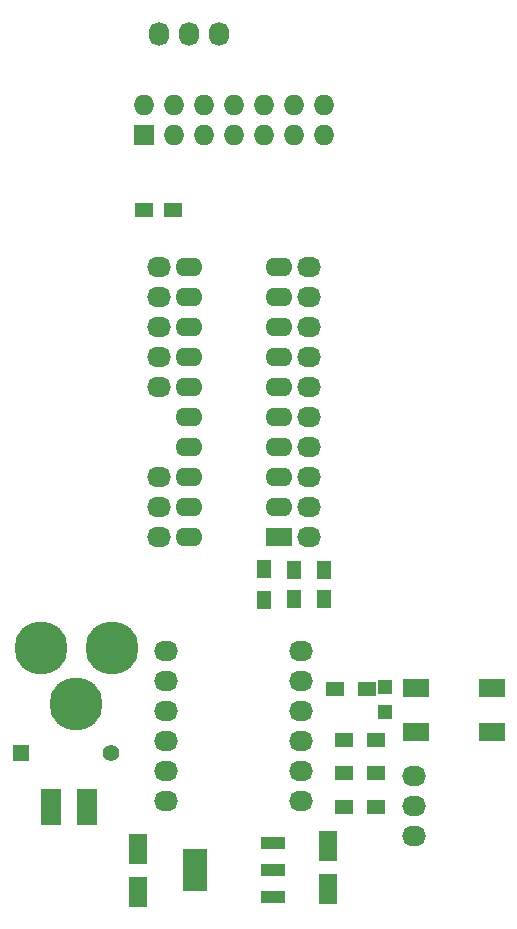
<source format=gts>
G04 #@! TF.FileFunction,Soldermask,Top*
%FSLAX46Y46*%
G04 Gerber Fmt 4.6, Leading zero omitted, Abs format (unit mm)*
G04 Created by KiCad (PCBNEW (2015-04-22 BZR 5620)-product) date 26/04/2015 14:37:40*
%MOMM*%
G01*
G04 APERTURE LIST*
%ADD10C,0.100000*%
%ADD11R,1.198880X1.198880*%
%ADD12R,1.600200X2.600960*%
%ADD13R,2.032000X3.657600*%
%ADD14R,2.032000X1.016000*%
%ADD15O,2.032000X1.727200*%
%ADD16R,1.397000X1.397000*%
%ADD17C,1.397000*%
%ADD18R,2.250000X1.500000*%
%ADD19R,2.286000X1.574800*%
%ADD20O,2.286000X1.574800*%
%ADD21O,1.727200X2.032000*%
%ADD22R,1.250000X1.500000*%
%ADD23R,1.500000X1.250000*%
%ADD24C,4.500000*%
%ADD25R,1.700000X3.150000*%
%ADD26R,1.500000X1.300000*%
%ADD27R,1.300000X1.500000*%
%ADD28R,1.727200X1.727200*%
%ADD29O,1.727200X1.727200*%
G04 APERTURE END LIST*
D10*
D11*
X221107000Y-106646980D03*
X221107000Y-108745020D03*
D12*
X200152000Y-120373140D03*
X200152000Y-123974860D03*
D13*
X204978000Y-122174000D03*
D14*
X211582000Y-122174000D03*
X211582000Y-119888000D03*
X211582000Y-124460000D03*
D15*
X202565000Y-103632000D03*
X202565000Y-106172000D03*
X202565000Y-108712000D03*
X202565000Y-111252000D03*
X202565000Y-113792000D03*
X202565000Y-116332000D03*
X213995000Y-103632000D03*
X213995000Y-106172000D03*
X213995000Y-108712000D03*
X213995000Y-111252000D03*
X213995000Y-113792000D03*
X213995000Y-116332000D03*
D16*
X190246000Y-112268000D03*
D17*
X197866000Y-112268000D03*
D18*
X230149000Y-110435000D03*
X223749000Y-110435000D03*
X230149000Y-106735000D03*
X223749000Y-106735000D03*
D19*
X212090000Y-93980000D03*
D20*
X212090000Y-91440000D03*
X212090000Y-88900000D03*
X212090000Y-86360000D03*
X212090000Y-83820000D03*
X212090000Y-81280000D03*
X212090000Y-78740000D03*
X212090000Y-76200000D03*
X212090000Y-73660000D03*
X212090000Y-71120000D03*
X204470000Y-71120000D03*
X204470000Y-73660000D03*
X204470000Y-76200000D03*
X204470000Y-78740000D03*
X204470000Y-81280000D03*
X204470000Y-83820000D03*
X204470000Y-86360000D03*
X204470000Y-88900000D03*
X204470000Y-91440000D03*
X204470000Y-93980000D03*
D15*
X201930000Y-93980000D03*
X201930000Y-91440000D03*
X201930000Y-88900000D03*
X201930000Y-81280000D03*
X201930000Y-78740000D03*
X201930000Y-76200000D03*
X201930000Y-73660000D03*
X201930000Y-71120000D03*
D21*
X201930000Y-51371500D03*
X204470000Y-51371500D03*
X207010000Y-51371500D03*
D12*
X216281000Y-120119140D03*
X216281000Y-123720860D03*
D22*
X215963500Y-99230500D03*
X215963500Y-96730500D03*
X213423500Y-99230500D03*
X213423500Y-96730500D03*
D23*
X200680000Y-66294000D03*
X203180000Y-66294000D03*
D24*
X197970140Y-103378000D03*
X191970660Y-103378000D03*
X194970400Y-108077000D03*
D25*
X195910000Y-116840000D03*
X192810000Y-116840000D03*
D15*
X223520000Y-119253000D03*
X223520000Y-116713000D03*
X223520000Y-114173000D03*
X214630000Y-93980000D03*
X214630000Y-91440000D03*
X214630000Y-88900000D03*
X214630000Y-86360000D03*
X214630000Y-83820000D03*
X214630000Y-81280000D03*
X214630000Y-78740000D03*
X214630000Y-76200000D03*
X214630000Y-73660000D03*
X214630000Y-71120000D03*
D26*
X219536000Y-106807000D03*
X216836000Y-106807000D03*
X220298000Y-113919000D03*
X217598000Y-113919000D03*
X217598000Y-116840000D03*
X220298000Y-116840000D03*
X217598000Y-111125000D03*
X220298000Y-111125000D03*
D27*
X210820000Y-99330500D03*
X210820000Y-96630500D03*
D28*
X200660000Y-59944000D03*
D29*
X200660000Y-57404000D03*
X203200000Y-59944000D03*
X203200000Y-57404000D03*
X205740000Y-59944000D03*
X205740000Y-57404000D03*
X208280000Y-59944000D03*
X208280000Y-57404000D03*
X210820000Y-59944000D03*
X210820000Y-57404000D03*
X213360000Y-59944000D03*
X213360000Y-57404000D03*
X215900000Y-59944000D03*
X215900000Y-57404000D03*
M02*

</source>
